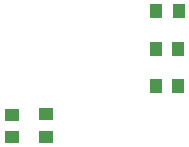
<source format=gbr>
G04 DipTrace 3.1.0.1*
G04 BottomPaste.gbr*
%MOIN*%
G04 #@! TF.FileFunction,Paste,Bot*
G04 #@! TF.Part,Single*
%ADD53R,0.043307X0.051181*%
%ADD55R,0.051181X0.043307*%
%FSLAX26Y26*%
G04*
G70*
G90*
G75*
G01*
G04 BotPaste*
%LPD*%
D55*
X1071260Y930315D3*
Y1005118D3*
X1185433Y930709D3*
Y1005512D3*
D53*
X1625984Y1349213D3*
X1551181D3*
X1550394Y1223622D3*
X1625197D3*
X1550788Y1100788D3*
X1625591D3*
M02*

</source>
